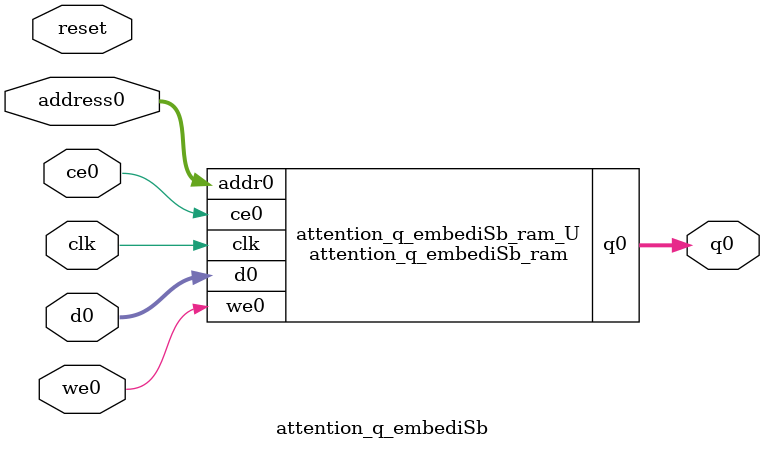
<source format=v>
`timescale 1 ns / 1 ps
module attention_q_embediSb_ram (addr0, ce0, d0, we0, q0,  clk);

parameter DWIDTH = 38;
parameter AWIDTH = 5;
parameter MEM_SIZE = 32;

input[AWIDTH-1:0] addr0;
input ce0;
input[DWIDTH-1:0] d0;
input we0;
output reg[DWIDTH-1:0] q0;
input clk;

(* ram_style = "block" *)reg [DWIDTH-1:0] ram[0:MEM_SIZE-1];




always @(posedge clk)  
begin 
    if (ce0) begin
        if (we0) 
            ram[addr0] <= d0; 
        q0 <= ram[addr0];
    end
end


endmodule

`timescale 1 ns / 1 ps
module attention_q_embediSb(
    reset,
    clk,
    address0,
    ce0,
    we0,
    d0,
    q0);

parameter DataWidth = 32'd38;
parameter AddressRange = 32'd32;
parameter AddressWidth = 32'd5;
input reset;
input clk;
input[AddressWidth - 1:0] address0;
input ce0;
input we0;
input[DataWidth - 1:0] d0;
output[DataWidth - 1:0] q0;



attention_q_embediSb_ram attention_q_embediSb_ram_U(
    .clk( clk ),
    .addr0( address0 ),
    .ce0( ce0 ),
    .we0( we0 ),
    .d0( d0 ),
    .q0( q0 ));

endmodule


</source>
